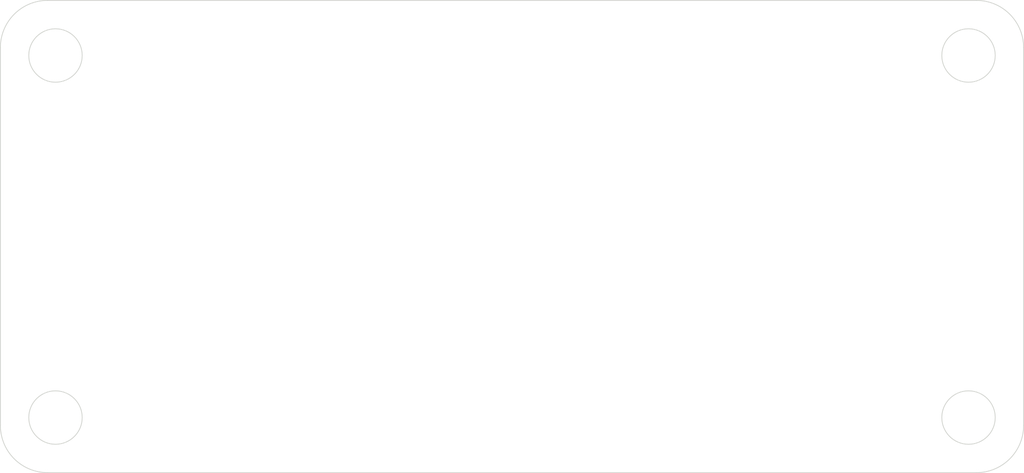
<source format=kicad_pcb>
(kicad_pcb
	(version 20240108)
	(generator "pcbnew")
	(generator_version "8.0")
	(general
		(thickness 1.6)
		(legacy_teardrops no)
	)
	(paper "A4")
	(layers
		(0 "F.Cu" signal)
		(31 "B.Cu" signal)
		(32 "B.Adhes" user "B.Adhesive")
		(33 "F.Adhes" user "F.Adhesive")
		(34 "B.Paste" user)
		(35 "F.Paste" user)
		(36 "B.SilkS" user "B.Silkscreen")
		(37 "F.SilkS" user "F.Silkscreen")
		(38 "B.Mask" user)
		(39 "F.Mask" user)
		(40 "Dwgs.User" user "User.Drawings")
		(41 "Cmts.User" user "User.Comments")
		(42 "Eco1.User" user "User.Eco1")
		(43 "Eco2.User" user "User.Eco2")
		(44 "Edge.Cuts" user)
		(45 "Margin" user)
		(46 "B.CrtYd" user "B.Courtyard")
		(47 "F.CrtYd" user "F.Courtyard")
		(48 "B.Fab" user)
		(49 "F.Fab" user)
		(50 "User.1" user)
		(51 "User.2" user)
		(52 "User.3" user)
		(53 "User.4" user)
		(54 "User.5" user)
		(55 "User.6" user)
		(56 "User.7" user)
		(57 "User.8" user)
		(58 "User.9" user)
	)
	(setup
		(pad_to_mask_clearance 0)
		(allow_soldermask_bridges_in_footprints no)
		(pcbplotparams
			(layerselection 0x00010fc_ffffffff)
			(plot_on_all_layers_selection 0x0000000_00000000)
			(disableapertmacros no)
			(usegerberextensions no)
			(usegerberattributes yes)
			(usegerberadvancedattributes yes)
			(creategerberjobfile yes)
			(dashed_line_dash_ratio 12.000000)
			(dashed_line_gap_ratio 3.000000)
			(svgprecision 4)
			(plotframeref no)
			(viasonmask no)
			(mode 1)
			(useauxorigin no)
			(hpglpennumber 1)
			(hpglpenspeed 20)
			(hpglpendiameter 15.000000)
			(pdf_front_fp_property_popups yes)
			(pdf_back_fp_property_popups yes)
			(dxfpolygonmode yes)
			(dxfimperialunits yes)
			(dxfusepcbnewfont yes)
			(psnegative no)
			(psa4output no)
			(plotreference yes)
			(plotvalue yes)
			(plotfptext yes)
			(plotinvisibletext no)
			(sketchpadsonfab no)
			(subtractmaskfromsilk no)
			(outputformat 1)
			(mirror no)
			(drillshape 1)
			(scaleselection 1)
			(outputdirectory "")
		)
	)
	(net 0 "")
	(gr_line
		(start 196 107)
		(end 137 107)
		(stroke
			(width 0.05)
			(type default)
		)
		(layer "Edge.Cuts")
		(uuid "05b550f0-24a8-4dc0-9661-012f6e1d54ae")
	)
	(gr_arc
		(start 196 77)
		(mid 198.12132 77.87868)
		(end 199 80)
		(stroke
			(width 0.05)
			(type default)
		)
		(layer "Edge.Cuts")
		(uuid "2fdbd1ba-491d-483c-91c2-b11bf0c5e769")
	)
	(gr_line
		(start 134 104)
		(end 134 80)
		(stroke
			(width 0.05)
			(type default)
		)
		(layer "Edge.Cuts")
		(uuid "430e2ed1-5f44-4018-afb8-ec230d2ec545")
	)
	(gr_arc
		(start 137 107)
		(mid 134.87868 106.12132)
		(end 134 104)
		(stroke
			(width 0.05)
			(type default)
		)
		(layer "Edge.Cuts")
		(uuid "4494327e-b385-419c-b790-d85ab0efb0e4")
	)
	(gr_circle
		(center 137.5 103.5)
		(end 136.3 104.7)
		(stroke
			(width 0.05)
			(type default)
		)
		(fill none)
		(layer "Edge.Cuts")
		(uuid "49f10b7e-3b56-41b7-b5b5-80bc82f0353b")
	)
	(gr_arc
		(start 134 80)
		(mid 134.87868 77.87868)
		(end 137 77)
		(stroke
			(width 0.05)
			(type default)
		)
		(layer "Edge.Cuts")
		(uuid "58ecd006-89ba-410d-9383-5762074f1b85")
	)
	(gr_circle
		(center 137.5 80.5)
		(end 136.3 81.7)
		(stroke
			(width 0.05)
			(type default)
		)
		(fill none)
		(layer "Edge.Cuts")
		(uuid "5a1144fb-6905-4b0d-8a07-d12c0b143fbb")
	)
	(gr_circle
		(center 195.5 103.5)
		(end 194.3 104.7)
		(stroke
			(width 0.05)
			(type default)
		)
		(fill none)
		(layer "Edge.Cuts")
		(uuid "7bc74957-8d91-4f24-95ab-f82052f86a92")
	)
	(gr_circle
		(center 195.5 80.5)
		(end 194.3 81.7)
		(stroke
			(width 0.05)
			(type default)
		)
		(fill none)
		(layer "Edge.Cuts")
		(uuid "8deef488-7267-4f2c-8744-569e81e83921")
	)
	(gr_arc
		(start 199 104)
		(mid 198.12132 106.12132)
		(end 196 107)
		(stroke
			(width 0.05)
			(type default)
		)
		(layer "Edge.Cuts")
		(uuid "c63d68cf-38f2-4519-aa8f-66b6b2ec5377")
	)
	(gr_line
		(start 137 77)
		(end 196 77)
		(stroke
			(width 0.05)
			(type default)
		)
		(layer "Edge.Cuts")
		(uuid "f6fe82a7-ef12-4863-85ac-a225afd79417")
	)
	(gr_line
		(start 199 80)
		(end 199 104)
		(stroke
			(width 0.05)
			(type default)
		)
		(layer "Edge.Cuts")
		(uuid "f9ae76f0-cf37-449a-87c4-a89034c82b86")
	)
)
</source>
